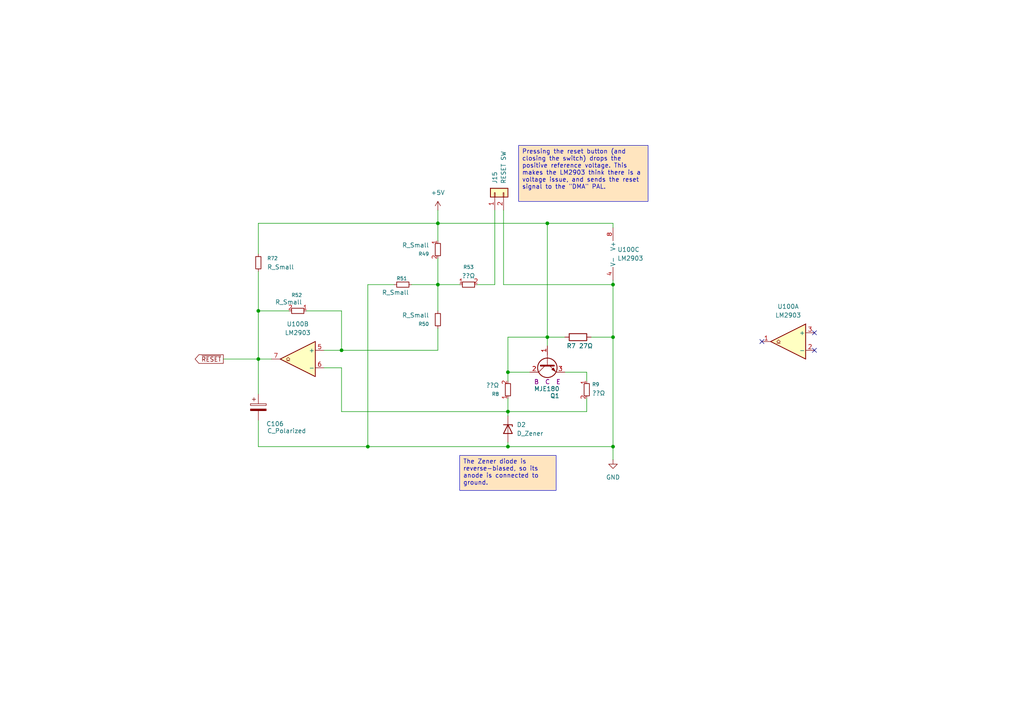
<source format=kicad_sch>
(kicad_sch (version 20250114) (generator "eeschema") (generator_version "9.0")
  (paper "A4")
  (lib_symbols
    (symbol "Comparator:LM2903" (pin_names (offset 0.127))
      (property "Reference" "U" (at 3.81 3.81 0))
      (property "Value" "LM2903" (at 6.35 -3.81 0))
      (symbol "LM2903_1_1"
        (polyline (pts (xy -5.08 5.08) (xy 5.08 0) (xy -5.08 -5.08) (xy -5.08 5.08)) (stroke (width 0.254)) (fill (type background)))
        (polyline (pts (xy 3.302 -0.508) (xy 2.794 -0.508) (xy 3.302 0) (xy 2.794 0.508) (xy 2.286 0) (xy 2.794 -0.508) (xy 2.286 -0.508)) (stroke (width 0.127)))
        (pin input line (at -7.62 2.54 0) (length 2.54) (name "+") (number "3"))
        (pin input line (at -7.62 -2.54 0) (length 2.54) (name "-") (number "2"))
        (pin open_collector line (at 7.62 0 180) (length 2.54) (name "~") (number "1"))
      )
      (symbol "LM2903_2_1"
        (polyline (pts (xy -5.08 5.08) (xy 5.08 0) (xy -5.08 -5.08) (xy -5.08 5.08)) (stroke (width 0.254)) (fill (type background)))
        (polyline (pts (xy 3.302 -0.508) (xy 2.794 -0.508) (xy 3.302 0) (xy 2.794 0.508) (xy 2.286 0) (xy 2.794 -0.508) (xy 2.286 -0.508)) (stroke (width 0.127)))
        (pin input line (at -7.62 2.54 0) (length 2.54) (name "+") (number "5"))
        (pin input line (at -7.62 -2.54 0) (length 2.54) (name "-") (number "6"))
        (pin open_collector line (at 7.62 0 180) (length 2.54) (name "~") (number "7"))
      )
      (symbol "LM2903_3_1"
        (pin power_in line (at -2.54 7.62 270) (length 3.81) (name "V+") (number "8"))
        (pin power_in line (at -2.54 -7.62 90) (length 3.81) (name "V-") (number "4"))
      )
    )
    (symbol "Connector_Generic:Conn_01x02" (pin_names (offset 1.016) (hide yes))
      (property "Reference" "J" (at 0 2.54 0))
      (property "Value" "Conn_01x02" (at 0 -5.08 0))
      (symbol "Conn_01x02_1_1"
        (rectangle (start -1.27 1.27) (end 1.27 -3.81) (stroke (width 0.254)) (fill (type background)))
        (rectangle (start -1.27 0.127) (end 0 -0.127) (stroke (width 0.1524)))
        (rectangle (start -1.27 -2.413) (end 0 -2.667) (stroke (width 0.1524)))
        (pin passive line (at -5.08 0 0) (length 3.81) (name "Pin_1") (number "1"))
        (pin passive line (at -5.08 -2.54 0) (length 3.81) (name "Pin_2") (number "2"))
      )
    )
    (symbol "Device:C_Polarized" (pin_numbers (hide yes)) (pin_names (offset 0.254))
      (property "Reference" "C" (at 0.635 2.54 0))
      (property "Value" "C_Polarized" (at 0.635 -2.54 0))
      (symbol "C_Polarized_0_1"
        (rectangle (start -2.286 0.508) (end 2.286 1.016))
        (polyline (pts (xy -1.778 2.286) (xy -0.762 2.286)))
        (polyline (pts (xy -1.27 2.794) (xy -1.27 1.778)))
        (rectangle (start 2.286 -0.508) (end -2.286 -1.016) (fill (type outline)))
      )
      (symbol "C_Polarized_1_1"
        (pin passive line (at 0 3.81 270) (length 2.794) (name "~") (number "1"))
        (pin passive line (at 0 -3.81 90) (length 2.794) (name "~") (number "2"))
      )
    )
    (symbol "Device:D_Zener" (pin_numbers (hide yes)) (pin_names (offset 1.016) (hide yes))
      (property "Reference" "D" (at 0 2.54 0))
      (property "Value" "D_Zener" (at 0 -2.54 0))
      (symbol "D_Zener_0_1"
        (polyline (pts (xy -1.27 -1.27) (xy -1.27 1.27) (xy -0.762 1.27)) (stroke (width 0.254)))
        (polyline (pts (xy 1.27 0) (xy -1.27 0)))
        (polyline (pts (xy 1.27 -1.27) (xy 1.27 1.27) (xy -1.27 0) (xy 1.27 -1.27)) (stroke (width 0.254)))
      )
      (symbol "D_Zener_1_1"
        (pin passive line (at -3.81 0 0) (length 2.54) (name "K") (number "1"))
        (pin passive line (at 3.81 0 180) (length 2.54) (name "A") (number "2"))
      )
    )
    (symbol "Device:R" (pin_numbers (hide yes)) (pin_names (offset 0))
      (property "Reference" "R" (at 2.032 0 90))
      (property "Value" "R" (at 0 0 90))
      (symbol "R_0_1"
        (rectangle (start -1.016 -2.54) (end 1.016 2.54) (stroke (width 0.254)))
      )
      (symbol "R_1_1"
        (pin passive line (at 0 3.81 270) (length 1.27) (name "~") (number "1"))
        (pin passive line (at 0 -3.81 90) (length 1.27) (name "~") (number "2"))
      )
    )
    (symbol "Device:R_Small" (pin_numbers (hide yes)) (pin_names (offset 0.254) (hide yes))
      (property "Reference" "R" (at 0 0 90))
      (property "Value" "R_Small" (at 1.778 0 90))
      (symbol "R_Small_0_1"
        (rectangle (start -0.762 1.778) (end 0.762 -1.778) (stroke (width 0.2032)))
      )
      (symbol "R_Small_1_1"
        (pin passive line (at 0 2.54 270) (length 0.762) (name "~") (number "1"))
        (pin passive line (at 0 -2.54 90) (length 0.762) (name "~") (number "2"))
      )
    )
    (symbol "R_Small_1" (pin_names (offset 0.254) (hide yes))
      (property "Reference" "R" (at 0 0 90))
      (property "Value" "R_Small" (at 1.778 0 90))
      (symbol "R_Small_1_0_1"
        (rectangle (start -0.762 1.778) (end 0.762 -1.778) (stroke (width 0.2032)))
      )
      (symbol "R_Small_1_1_1"
        (pin passive line (at 0 2.54 270) (length 0.762) (name "~") (number "1"))
        (pin passive line (at 0 -2.54 90) (length 0.762) (name "~") (number "2"))
      )
    )
    (symbol "R_Small_2" (pin_names (offset 0.254) (hide yes))
      (property "Reference" "R" (at 0 0 90))
      (property "Value" "R_Small" (at 1.778 0 90))
      (symbol "R_Small_2_0_1"
        (rectangle (start -0.762 1.778) (end 0.762 -1.778) (stroke (width 0.2032)))
      )
      (symbol "R_Small_2_1_1"
        (pin passive line (at 0 2.54 270) (length 0.762) (name "~") (number "1"))
        (pin passive line (at 0 -2.54 90) (length 0.762) (name "~") (number "2"))
      )
    )
    (symbol "R_Small_3" (pin_names (offset 0.254) (hide yes))
      (property "Reference" "R" (at 0 0 90))
      (property "Value" "R_Small" (at 1.778 0 90))
      (symbol "R_Small_3_0_1"
        (rectangle (start -0.762 1.778) (end 0.762 -1.778) (stroke (width 0.2032)))
      )
      (symbol "R_Small_3_1_1"
        (pin passive line (at 0 2.54 270) (length 0.762) (name "~") (number "1"))
        (pin passive line (at 0 -2.54 90) (length 0.762) (name "~") (number "2"))
      )
    )
    (symbol "R_Small_4" (pin_numbers (hide yes)) (pin_names (offset 0.254) (hide yes))
      (property "Reference" "R" (at 0 0 90))
      (property "Value" "R_Small" (at 1.778 0 90))
      (symbol "R_Small_4_0_1"
        (rectangle (start -0.762 1.778) (end 0.762 -1.778) (stroke (width 0.2032)))
      )
      (symbol "R_Small_4_1_1"
        (pin passive line (at 0 2.54 270) (length 0.762) (name "~") (number "1"))
        (pin passive line (at 0 -2.54 90) (length 0.762) (name "~") (number "2"))
      )
    )
    (symbol "R_Small_5" (pin_names (offset 0.254) (hide yes))
      (property "Reference" "R" (at 0 0 90))
      (property "Value" "R_Small" (at 1.778 0 90))
      (symbol "R_Small_5_0_1"
        (rectangle (start -0.762 1.778) (end 0.762 -1.778) (stroke (width 0.2032)))
      )
      (symbol "R_Small_5_1_1"
        (pin passive line (at 0 2.54 270) (length 0.762) (name "~") (number "1"))
        (pin passive line (at 0 -2.54 90) (length 0.762) (name "~") (number "2"))
      )
    )
    (symbol "Transistor_BJT:Q_NPN_BCE" (pin_names (offset 0) (hide yes))
      (property "Reference" "Q" (at 5.08 1.27 0))
      (property "Value" "Q_NPN_BCE" (at 5.08 -1.27 0))
      (symbol "Q_NPN_BCE_0_1"
        (polyline (pts (xy -2.54 0) (xy 0.635 0)))
        (polyline (pts (xy 0.635 1.905) (xy 0.635 -1.905)) (stroke (width 0.508)))
        (circle (center 1.27 0) (radius 2.8194) (stroke (width 0.254)))
      )
      (symbol "Q_NPN_BCE_1_1"
        (polyline (pts (xy 0.635 0.635) (xy 2.54 2.54)))
        (polyline (pts (xy 0.635 -0.635) (xy 2.54 -2.54)))
        (polyline (pts (xy 1.27 -1.778) (xy 1.778 -1.27) (xy 2.286 -2.286) (xy 1.27 -1.778)) (fill (type outline)))
        (pin input line (at -5.08 0 0) (length 2.54) (name "B") (number "1"))
        (pin passive line (at 2.54 5.08 270) (length 2.54) (name "C") (number "2"))
        (pin passive line (at 2.54 -5.08 90) (length 2.54) (name "E") (number "3"))
      )
    )
    (symbol "power:+5V" (power) (pin_numbers (hide yes)) (pin_names (offset 0) (hide yes))
      (property "Value" "+5V" (at 0 3.556 0))
      (symbol "+5V_0_1"
        (polyline (pts (xy -0.762 1.27) (xy 0 2.54)))
        (polyline (pts (xy 0 2.54) (xy 0.762 1.27)))
        (polyline (pts (xy 0 0) (xy 0 2.54)))
      )
      (symbol "+5V_1_1"
        (pin power_in line (at 0 0 90) (length 0) (name "~") (number "1"))
      )
    )
    (symbol "power:GND" (power) (pin_numbers (hide yes)) (pin_names (offset 0) (hide yes))
      (property "Value" "GND" (at 0 -3.81 0))
      (symbol "GND_0_1"
        (polyline (pts (xy 0 0) (xy 0 -1.27) (xy 1.27 -1.27) (xy 0 -2.54) (xy -1.27 -1.27) (xy 0 -1.27)))
      )
      (symbol "GND_1_1"
        (pin power_in line (at 0 0 270) (length 0) (name "~") (number "1"))
      )
    )
  )
  (text_box "Pressing the reset button (and closing the switch) drops the positive reference voltage. This makes the LM2903 think there is a voltage issue, and sends the reset signal to the \"DMA\" PAL." (at 150.4363 42.1582 0) (size 37.5237 16.2618) (margins 0.9525 0.9525 0.9525 0.9525) (fill (type color) (color 255 229 191 1)) (effects (font (size 1.27 1.27)) (justify left top)))
  (text_box "The Zener diode is reverse-biased, so its anode is connected to ground." (at 133.35 132.08 0) (size 27.94 10.16) (margins 0.9525 0.9525 0.9525 0.9525) (fill (type color) (color 255 229 191 1)) (effects (font (size 1.27 1.27)) (justify left top)))
  (junction (at 127 82.55))
  (junction (at 147.32 119.38))
  (junction (at 147.32 129.54))
  (junction (at 147.32 107.95))
  (junction (at 177.8 97.79))
  (junction (at 177.8 82.55))
  (junction (at 127 64.77))
  (junction (at 99.06 101.6))
  (junction (at 106.68 129.54))
  (junction (at 74.93 90.17))
  (junction (at 74.93 104.14))
  (junction (at 158.75 97.79))
  (junction (at 177.8 129.54))
  (junction (at 158.75 64.77))
  (no_connect (at 236.22 101.6))
  (no_connect (at 236.22 96.52))
  (no_connect (at 220.98 99.06))
  (wire (pts (xy 74.93 78.74) (xy 74.93 90.17)))
  (wire (pts (xy 83.82 90.17) (xy 74.93 90.17)))
  (wire (pts (xy 163.83 107.95) (xy 170.18 107.95)))
  (wire (pts (xy 146.05 82.55) (xy 177.8 82.55)))
  (wire (pts (xy 158.75 97.79) (xy 163.83 97.79)))
  (wire (pts (xy 147.32 120.65) (xy 147.32 119.38)))
  (wire (pts (xy 93.98 101.6) (xy 99.06 101.6)))
  (wire (pts (xy 177.8 64.77) (xy 177.8 66.04)))
  (wire (pts (xy 147.32 119.38) (xy 170.18 119.38)))
  (wire (pts (xy 127 90.17) (xy 127 82.55)))
  (wire (pts (xy 127 95.25) (xy 127 101.6)))
  (wire (pts (xy 106.68 82.55) (xy 114.3 82.55)))
  (wire (pts (xy 74.93 104.14) (xy 78.74 104.14)))
  (wire (pts (xy 147.32 129.54) (xy 177.8 129.54)))
  (wire (pts (xy 177.8 129.54) (xy 177.8 133.35)))
  (wire (pts (xy 158.75 64.77) (xy 158.75 97.79)))
  (wire (pts (xy 177.8 81.28) (xy 177.8 82.55)))
  (wire (pts (xy 127 82.55) (xy 133.35 82.55)))
  (wire (pts (xy 147.32 97.79) (xy 147.32 107.95)))
  (wire (pts (xy 99.06 90.17) (xy 99.06 101.6)))
  (wire (pts (xy 106.68 129.54) (xy 106.68 82.55)))
  (wire (pts (xy 158.75 97.79) (xy 158.75 100.33)))
  (wire (pts (xy 74.93 129.54) (xy 106.68 129.54)))
  (wire (pts (xy 177.8 64.77) (xy 158.75 64.77)))
  (wire (pts (xy 127 64.77) (xy 74.93 64.77)))
  (wire (pts (xy 143.51 60.96) (xy 143.51 82.55)))
  (wire (pts (xy 146.05 60.96) (xy 146.05 82.55)))
  (wire (pts (xy 64.77 104.14) (xy 74.93 104.14)))
  (wire (pts (xy 99.06 106.68) (xy 93.98 106.68)))
  (wire (pts (xy 88.9 90.17) (xy 99.06 90.17)))
  (wire (pts (xy 106.68 129.54) (xy 147.32 129.54)))
  (wire (pts (xy 177.8 97.79) (xy 177.8 129.54)))
  (wire (pts (xy 74.93 121.92) (xy 74.93 129.54)))
  (wire (pts (xy 171.45 97.79) (xy 177.8 97.79)))
  (wire (pts (xy 119.38 82.55) (xy 127 82.55)))
  (wire (pts (xy 74.93 73.66) (xy 74.93 64.77)))
  (wire (pts (xy 74.93 90.17) (xy 74.93 104.14)))
  (wire (pts (xy 170.18 115.57) (xy 170.18 119.38)))
  (wire (pts (xy 127 64.77) (xy 127 69.85)))
  (wire (pts (xy 127 60.96) (xy 127 64.77)))
  (wire (pts (xy 147.32 115.57) (xy 147.32 119.38)))
  (wire (pts (xy 138.43 82.55) (xy 143.51 82.55)))
  (wire (pts (xy 158.75 97.79) (xy 147.32 97.79)))
  (wire (pts (xy 99.06 101.6) (xy 127 101.6)))
  (wire (pts (xy 147.32 119.38) (xy 99.06 119.38)))
  (wire (pts (xy 99.06 119.38) (xy 99.06 106.68)))
  (wire (pts (xy 127 64.77) (xy 158.75 64.77)))
  (wire (pts (xy 127 74.93) (xy 127 82.55)))
  (wire (pts (xy 147.32 107.95) (xy 147.32 110.49)))
  (wire (pts (xy 153.67 107.95) (xy 147.32 107.95)))
  (wire (pts (xy 170.18 107.95) (xy 170.18 110.49)))
  (wire (pts (xy 177.8 82.55) (xy 177.8 97.79)))
  (wire (pts (xy 74.93 104.14) (xy 74.93 114.3)))
  (wire (pts (xy 147.32 128.27) (xy 147.32 129.54)))
  (global_label "~{RESET}" (shape output) (at 64.77 104.14 180) (property "Intersheetrefs" "${INTERSHEET_REFS}" (effects (hide yes))))
  (symbol (lib_id "power:+5V") (at 127 60.96 0) (unit 1)
    (property "Reference" "#PWR065" (effects (hide yes)))
    (property "Value" "+5V" (at 127 55.88 0))
    (property "Description" "Power symbol creates a global label with name \"+5V\"" (effects (hide yes)))
  )
  (symbol (lib_name "R_Small_2") (lib_id "Device:R_Small") (at 170.18 113.03 0) (unit 1)
    (property "Reference" "R9" (at 171.704 111.506 0) (effects (font (size 1.016 1.016)) (justify left)))
    (property "Value" "??Ω" (at 171.704 114.046 0) (effects (justify left)))
    (property "Footprint" "seequa_footprints:R_Seequa_Resistor" (effects (hide yes)))
    (property "Description" "Resistor, small symbol" (effects (hide yes)))
  )
  (symbol (lib_id "power:GND") (at 177.8 133.35 0) (unit 1)
    (property "Reference" "#PWR057" (effects (hide yes)))
    (property "Value" "GND" (at 177.8 138.43 0))
    (property "Description" "Power symbol creates a global label with name \"GND\" , ground" (effects (hide yes)))
  )
  (symbol (lib_name "R_Small_4") (lib_id "Device:R_Small") (at 116.84 82.55 90) (unit 1)
    (property "Reference" "R51" (at 118.11 80.772 90) (effects (font (size 1.016 1.016)) (justify left)))
    (property "Value" "R_Small" (at 118.618 84.836 90) (effects (justify left)))
    (property "Footprint" "seequa_footprints:R_Seequa_Resistor" (effects (hide yes)))
    (property "Description" "Resistor, small symbol" (effects (hide yes)))
  )
  (symbol (lib_name "R_Small_1") (lib_id "Device:R_Small") (at 135.89 82.55 90) (unit 1)
    (property "Reference" "R53" (at 135.89 77.47 90) (effects (font (size 1.016 1.016))))
    (property "Value" "??Ω" (at 135.89 80.01 90))
    (property "Footprint" "seequa_footprints:R_Seequa_Resistor" (effects (hide yes)))
    (property "Description" "Resistor, small symbol" (effects (hide yes)))
  )
  (symbol (lib_id "Device:D_Zener") (at 147.32 124.46 270) (unit 1)
    (property "Reference" "D2" (at 149.86 123.1899 90) (effects (justify left)))
    (property "Value" "D_Zener" (at 149.86 125.7299 90) (effects (justify left)))
    (property "Footprint" "Diode_THT:D_A-405_P12.70mm_Horizontal" (effects (hide yes)))
    (property "Description" "Zener diode" (effects (hide yes)))
  )
  (symbol (lib_id "Device:C_Polarized") (at 74.93 118.11 0) (unit 1)
    (property "Reference" "C106" (at 77.216 122.936 0) (effects (justify left)))
    (property "Value" "C_Polarized" (at 77.47 124.968 0) (effects (justify left)))
    (property "Footprint" "Capacitor_THT:C_Radial_D6.3mm_H11.0mm_P2.50mm" (effects (hide yes)))
    (property "Description" "Polarized capacitor" (effects (hide yes)))
  )
  (symbol (lib_id "Device:R_Small") (at 74.93 76.2 0) (unit 1)
    (property "Reference" "R72" (at 77.47 74.9299 0) (effects (font (size 1.016 1.016)) (justify left)))
    (property "Value" "R_Small" (at 77.47 77.4699 0) (effects (justify left)))
    (property "Footprint" "seequa_footprints:R_Seequa_Resistor" (effects (hide yes)))
    (property "Description" "Resistor, small symbol" (effects (hide yes)))
  )
  (symbol (lib_id "Device:R_Small") (at 127 92.71 180) (unit 1)
    (property "Reference" "R50" (at 124.46 93.9801 0) (effects (font (size 1.016 1.016)) (justify left)))
    (property "Value" "R_Small" (at 124.46 91.4401 0) (effects (justify left)))
    (property "Footprint" "seequa_footprints:R_Seequa_Resistor" (effects (hide yes)))
    (property "Description" "Resistor, small symbol" (effects (hide yes)))
  )
  (symbol (lib_id "Comparator:LM2903") (at 86.36 104.14 0) (mirror y) (unit 2)
    (property "Reference" "U100" (at 86.36 93.98 0))
    (property "Value" "LM2903" (at 86.36 96.52 0))
    (property "Footprint" "Package_DIP:DIP-8_W7.62mm" (effects (hide yes)))
    (property "Datasheet" "http://www.ti.com/lit/ds/symlink/lm393.pdf" (effects (hide yes)))
    (property "Description" "Low-Power, Low-Offset Voltage, Dual Comparators, DIP-8/SOIC-8/SOP-8/TSSOP-8/VSSOP-8" (effects (hide yes)))
  )
  (symbol (lib_id "Comparator:LM2903") (at 180.34 73.66 0) (unit 3)
    (property "Reference" "U100" (at 179.07 72.3899 0) (effects (justify left)))
    (property "Value" "LM2903" (at 179.07 74.9299 0) (effects (justify left)))
    (property "Footprint" "Package_DIP:DIP-8_W7.62mm" (effects (hide yes)))
    (property "Datasheet" "http://www.ti.com/lit/ds/symlink/lm393.pdf" (effects (hide yes)))
    (property "Description" "Low-Power, Low-Offset Voltage, Dual Comparators, DIP-8/SOIC-8/SOP-8/TSSOP-8/VSSOP-8" (effects (hide yes)))
  )
  (symbol (lib_id "Comparator:LM2903") (at 228.6 99.06 0) (mirror y) (unit 1)
    (property "Reference" "U100" (at 228.6 88.9 0))
    (property "Value" "LM2903" (at 228.6 91.44 0))
    (property "Footprint" "Package_DIP:DIP-8_W7.62mm" (effects (hide yes)))
    (property "Datasheet" "http://www.ti.com/lit/ds/symlink/lm393.pdf" (effects (hide yes)))
    (property "Description" "Low-Power, Low-Offset Voltage, Dual Comparators, DIP-8/SOIC-8/SOP-8/TSSOP-8/VSSOP-8" (effects (hide yes)))
  )
  (symbol (lib_id "Device:R") (at 167.64 97.79 270) (unit 1)
    (property "Reference" "R7" (at 164.338 100.33 90) (effects (justify left)))
    (property "Value" "27Ω" (at 167.894 100.33 90) (effects (justify left)))
    (property "Footprint" "Resistor_THT:R_Axial_DIN0516_L15.5mm_D5.0mm_P20.32mm_Horizontal" (effects (hide yes)))
    (property "Description" "Large 2W Gray-body Resistor" (effects (hide yes)))
  )
  (symbol (lib_name "R_Small_3") (lib_id "Device:R_Small") (at 127 72.39 0) (unit 1)
    (property "Reference" "R49" (at 124.46 73.6601 0) (effects (font (size 1.016 1.016)) (justify right)))
    (property "Value" "R_Small" (at 124.46 71.1201 0) (effects (justify right)))
    (property "Footprint" "seequa_footprints:R_Seequa_Resistor" (effects (hide yes)))
    (property "Description" "Resistor, small symbol" (effects (hide yes)))
  )
  (symbol (lib_id "Transistor_BJT:Q_NPN_BCE") (at 158.75 105.41 90) (mirror x) (unit 1)
    (property "Reference" "Q1" (at 162.306 114.808 90) (effects (justify left)))
    (property "Value" "MJE180" (at 162.306 112.776 90) (effects (justify left)))
    (property "Footprint" "Package_TO_SOT_THT:TO-126-3_Vertical" (effects (hide yes)))
    (property "Description" "NPN transistor, base/collector/emitter" (effects (hide yes)))
    (property "seq_partno" "MJE180" (effects (hide yes)))
    (property "seq_silkscreen" "B  C  E" (at 158.75 110.744 90))
  )
  (symbol (lib_name "R_Small_5") (lib_id "Device:R_Small") (at 86.36 90.17 270) (unit 1)
    (property "Reference" "R52" (at 87.63 85.598 90) (effects (font (size 1.016 1.016)) (justify right)))
    (property "Value" "R_Small" (at 87.6299 87.63 90) (effects (justify right)))
    (property "Footprint" "seequa_footprints:R_Seequa_Resistor" (effects (hide yes)))
    (property "Description" "Resistor, small symbol" (effects (hide yes)))
  )
  (symbol (lib_name "R_Small_2") (lib_id "Device:R_Small") (at 147.32 113.03 180) (unit 1)
    (property "Reference" "R8" (at 144.78 114.3001 0) (effects (font (size 1.016 1.016)) (justify left)))
    (property "Value" "??Ω" (at 144.78 111.7601 0) (effects (justify left)))
    (property "Footprint" "seequa_footprints:R_Seequa_Resistor" (effects (hide yes)))
    (property "Description" "Resistor, small symbol" (effects (hide yes)))
  )
  (symbol (lib_id "Connector_Generic:Conn_01x02") (at 143.51 55.88 90) (unit 1)
    (property "Reference" "J15" (at 143.5099 53.34 0) (effects (justify left)))
    (property "Value" "RESET SW" (at 146.0499 53.34 0) (effects (justify left)))
    (property "Footprint" "Connector_PinHeader_2.54mm:PinHeader_2x01_P2.54mm_Vertical" (effects (hide yes)))
    (property "Description" "Generic connector, single row, 01x02, script generated (kicad-library-utils/schlib/autogen/connector/)" (effects (hide yes)))
  )
)
</source>
